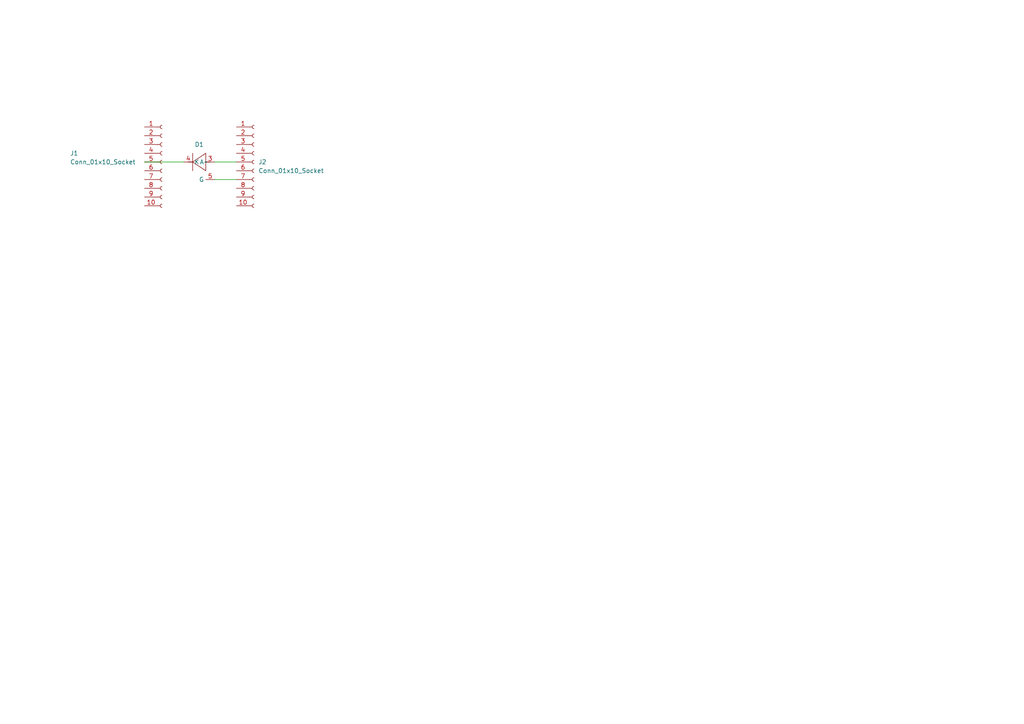
<source format=kicad_sch>
(kicad_sch (version 20230121) (generator eeschema)
  (paper "A4")
  (title_block (title "SiPM Chip Carrier for Hamamatsu S14160-6010PS") (date "2024-01-03") (rev "2.0") (company "BU DarkQuest EMCal Test Stand"))
  (lib_symbols
    (symbol "Connector:Conn_01x10_Socket" (pin_names (offset 1.016) hide)
      (property "Reference" "J" (at 0 12.7 0))
      (property "Value" "Conn_01x10_Socket" (at 0 -15.24 0))
      (symbol "Conn_01x10_Socket_1_1"
        (arc (start 0 -12.192) (mid -0.5058 -12.7) (end 0 -13.208) (stroke (width 0.1524)))
        (arc (start 0 -9.652) (mid -0.5058 -10.16) (end 0 -10.668) (stroke (width 0.1524)))
        (arc (start 0 -7.112) (mid -0.5058 -7.62) (end 0 -8.128) (stroke (width 0.1524)))
        (arc (start 0 -4.572) (mid -0.5058 -5.08) (end 0 -5.588) (stroke (width 0.1524)))
        (arc (start 0 -2.032) (mid -0.5058 -2.54) (end 0 -3.048) (stroke (width 0.1524)))
        (polyline (pts (xy -1.27 -12.7) (xy -0.508 -12.7)) (stroke (width 0.1524)))
        (polyline (pts (xy -1.27 -10.16) (xy -0.508 -10.16)) (stroke (width 0.1524)))
        (polyline (pts (xy -1.27 -7.62) (xy -0.508 -7.62)) (stroke (width 0.1524)))
        (polyline (pts (xy -1.27 -5.08) (xy -0.508 -5.08)) (stroke (width 0.1524)))
        (polyline (pts (xy -1.27 -2.54) (xy -0.508 -2.54)) (stroke (width 0.1524)))
        (polyline (pts (xy -1.27 0) (xy -0.508 0)) (stroke (width 0.1524)))
        (polyline (pts (xy -1.27 2.54) (xy -0.508 2.54)) (stroke (width 0.1524)))
        (polyline (pts (xy -1.27 5.08) (xy -0.508 5.08)) (stroke (width 0.1524)))
        (polyline (pts (xy -1.27 7.62) (xy -0.508 7.62)) (stroke (width 0.1524)))
        (polyline (pts (xy -1.27 10.16) (xy -0.508 10.16)) (stroke (width 0.1524)))
        (arc (start 0 0.508) (mid -0.5058 0) (end 0 -0.508) (stroke (width 0.1524)))
        (arc (start 0 3.048) (mid -0.5058 2.54) (end 0 2.032) (stroke (width 0.1524)))
        (arc (start 0 5.588) (mid -0.5058 5.08) (end 0 4.572) (stroke (width 0.1524)))
        (arc (start 0 8.128) (mid -0.5058 7.62) (end 0 7.112) (stroke (width 0.1524)))
        (arc (start 0 10.668) (mid -0.5058 10.16) (end 0 9.652) (stroke (width 0.1524)))
        (pin passive line (at -5.08 10.16 0) (length 3.81) (name "Pin_1") (number "1"))
        (pin passive line (at -5.08 -12.7 0) (length 3.81) (name "Pin_10") (number "10"))
        (pin passive line (at -5.08 7.62 0) (length 3.81) (name "Pin_2") (number "2"))
        (pin passive line (at -5.08 5.08 0) (length 3.81) (name "Pin_3") (number "3"))
        (pin passive line (at -5.08 2.54 0) (length 3.81) (name "Pin_4") (number "4"))
        (pin passive line (at -5.08 0 0) (length 3.81) (name "Pin_5") (number "5"))
        (pin passive line (at -5.08 -2.54 0) (length 3.81) (name "Pin_6") (number "6"))
        (pin passive line (at -5.08 -5.08 0) (length 3.81) (name "Pin_7") (number "7"))
        (pin passive line (at -5.08 -7.62 0) (length 3.81) (name "Pin_8") (number "8"))
        (pin passive line (at -5.08 -10.16 0) (length 3.81) (name "Pin_9") (number "9"))
      )
    )
    (symbol "Diode:S14160-6010PS"
      (property "Reference" "D" (at -2.54 5.08 0))
      (symbol "S14160-6010PS_0_1"
        (polyline (pts (xy -3.81 0) (xy -5.08 0)))
        (polyline (pts (xy -3.81 0) (xy -3.81 0)))
        (polyline (pts (xy -3.81 2.54) (xy -3.81 -2.54)))
        (polyline (pts (xy 0 0) (xy 1.27 0)))
        (polyline (pts (xy 0 2.54) (xy 0 -2.54) (xy -3.81 0) (xy 0 2.54)))
      )
      (symbol "S14160-6010PS_1_1"
        (pin passive line (at 2.54 0 180) (length 2.54) (name "A") (number "3"))
        (pin passive line (at -6.35 0 0) (length 2.54) (name "K") (number "4"))
        (pin passive line (at 2.54 -5.08 180) (length 2.54) (name "G") (number "5"))
      )
    )
  )
  (wire (pts (xy 41.91 46.99) (xy 53.34 46.99)))
  (wire (pts (xy 62.23 46.99) (xy 68.58 46.99)))
  (wire (pts (xy 62.23 52.07) (xy 68.58 52.07)))
  (symbol (lib_id "Connector:Conn_01x10_Socket") (at 73.66 46.99 0) (unit 1)
    (property "Reference" "J2" (at 74.93 46.99 0) (effects (justify left)))
    (property "Value" "Conn_01x10_Socket" (at 74.93 49.53 0) (effects (justify left)))
    (property "Footprint" "Connector_PinHeader_2.54mm:PinHeader_1x10_P2.54mm_Vertical" (effects hide))
  )
  (symbol (lib_id "Diode:S14160-6010PS") (at 59.69 46.99 0) (unit 1)
    (property "Reference" "D1" (at 57.785 41.91 0))
    (property "Value" "~" (at 59.69 46.99 0))
    (property "Footprint" "Diode_SMD:S14160_6010PS" (effects hide))
  )
  (symbol (lib_id "Connector:Conn_01x10_Socket") (at 46.99 46.99 0) (unit 1)
    (property "Reference" "J1" (at 20.32 44.45 0) (effects (justify left)))
    (property "Value" "Conn_01x10_Socket" (at 20.32 46.99 0) (effects (justify left)))
    (property "Footprint" "Connector_PinHeader_2.54mm:PinHeader_1x10_P2.54mm_Vertical" (effects hide))
  )
)
</source>
